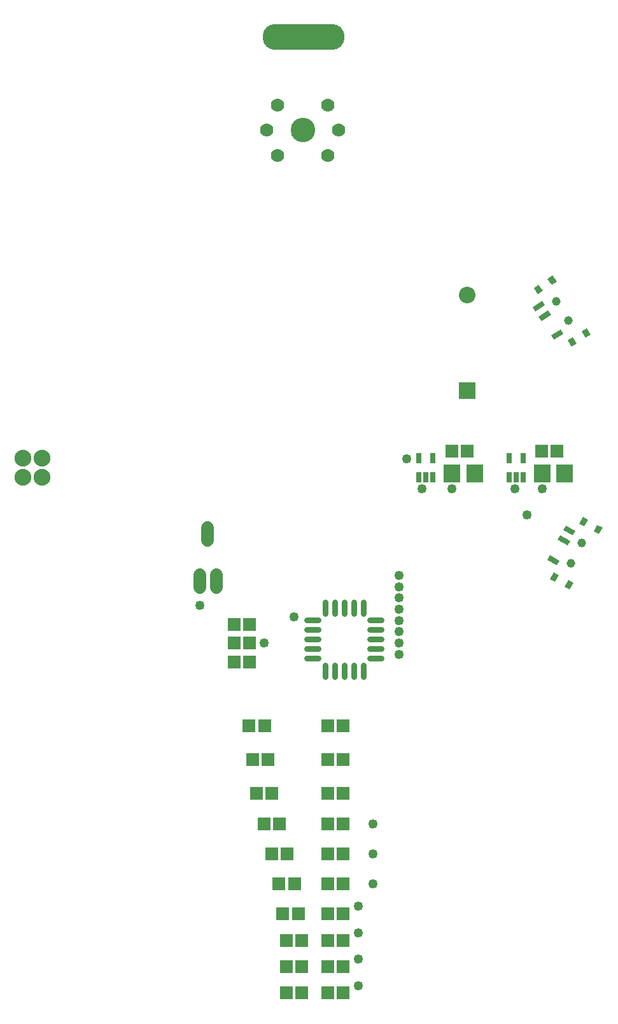
<source format=gts>
G04 MADE WITH FRITZING*
G04 WWW.FRITZING.ORG*
G04 DOUBLE SIDED*
G04 HOLES PLATED*
G04 CONTOUR ON CENTER OF CONTOUR VECTOR*
%ASAXBY*%
%FSLAX23Y23*%
%MOIN*%
%OFA0B0*%
%SFA1.0B1.0*%
%ADD10C,0.070000*%
%ADD11C,0.128110*%
%ADD12C,0.049370*%
%ADD13C,0.135984*%
%ADD14C,0.045433*%
%ADD15C,0.088000*%
%ADD16C,0.087222*%
%ADD17R,0.065118X0.069055*%
%ADD18R,0.031654X0.057244*%
%ADD19R,0.088740X0.096614*%
%ADD20R,0.087222X0.087222*%
%ADD21C,0.030000*%
%ADD22C,0.066000*%
%ADD23C,0.010000*%
%LNMASK1*%
G90*
G70*
G54D10*
X2102Y5203D03*
X2476Y5203D03*
X2157Y5335D03*
X2157Y5071D03*
X2421Y5071D03*
X2421Y5335D03*
G54D11*
X2289Y5203D03*
G54D10*
X2102Y5203D03*
X2476Y5203D03*
X2157Y5335D03*
X2157Y5071D03*
X2421Y5071D03*
X2421Y5335D03*
G54D11*
X2289Y5203D03*
G54D12*
X2657Y1575D03*
X2657Y1417D03*
X2657Y1260D03*
X2579Y1142D03*
X2579Y1004D03*
X2579Y866D03*
X2579Y728D03*
X2795Y2461D03*
X2795Y2520D03*
X2795Y2579D03*
X2795Y2638D03*
X2795Y2697D03*
X2795Y2756D03*
G54D13*
X2402Y5689D03*
G54D12*
X2795Y2815D03*
G54D13*
X2441Y5689D03*
G54D12*
X2087Y2520D03*
G54D13*
X2421Y5689D03*
X2343Y5689D03*
G54D12*
X2244Y2657D03*
X1752Y2717D03*
G54D13*
X2362Y5689D03*
X2382Y5689D03*
G54D12*
X2795Y2874D03*
X3465Y3189D03*
G54D13*
X2323Y5689D03*
X2303Y5689D03*
G54D14*
X3694Y2937D03*
X3750Y3042D03*
X3694Y2937D03*
X3750Y3042D03*
X3680Y4207D03*
X3616Y4306D03*
X3680Y4207D03*
X3616Y4306D03*
G54D13*
X2244Y5689D03*
X2283Y5689D03*
X2264Y5689D03*
X2185Y5689D03*
X2205Y5689D03*
X2224Y5689D03*
X2165Y5689D03*
X2146Y5689D03*
G54D12*
X3543Y3327D03*
X3071Y3327D03*
X3402Y3327D03*
X2913Y3327D03*
G54D15*
X825Y3486D03*
X825Y3386D03*
X825Y3486D03*
X825Y3386D03*
X925Y3386D03*
X925Y3486D03*
G54D12*
X2835Y3484D03*
G54D16*
X3150Y4339D03*
X3150Y3839D03*
X3150Y4339D03*
X3150Y3839D03*
G54D17*
X2500Y1102D03*
X2419Y1102D03*
X2502Y965D03*
X2421Y965D03*
X2502Y827D03*
X2421Y827D03*
X2502Y1260D03*
X2421Y1260D03*
X2502Y689D03*
X2421Y689D03*
X2502Y2087D03*
X2421Y2087D03*
X2502Y1909D03*
X2421Y1909D03*
X2502Y1417D03*
X2421Y1417D03*
X2502Y1732D03*
X2421Y1732D03*
X2502Y1575D03*
X2421Y1575D03*
X2126Y1417D03*
X2207Y1417D03*
X2087Y1575D03*
X2167Y1575D03*
X2047Y1732D03*
X2128Y1732D03*
X2165Y1260D03*
X2246Y1260D03*
X2185Y1102D03*
X2266Y1102D03*
X2028Y1909D03*
X2108Y1909D03*
X2205Y689D03*
X2285Y689D03*
X2205Y965D03*
X2285Y965D03*
X2205Y827D03*
X2285Y827D03*
X2008Y2087D03*
X2089Y2087D03*
X1929Y2421D03*
X2010Y2421D03*
X2010Y2520D03*
X1929Y2520D03*
X1929Y2618D03*
X2010Y2618D03*
G54D18*
X2898Y3386D03*
X2935Y3386D03*
X2972Y3386D03*
X2972Y3488D03*
X2898Y3488D03*
X3370Y3386D03*
X3407Y3386D03*
X3445Y3386D03*
X3445Y3488D03*
X3370Y3488D03*
G54D17*
X3622Y3524D03*
X3541Y3524D03*
X3150Y3524D03*
X3069Y3524D03*
G54D19*
X3189Y3406D03*
X3071Y3406D03*
X3661Y3406D03*
X3543Y3406D03*
G54D20*
X3150Y3839D03*
X3150Y3839D03*
G54D21*
X2507Y2734D02*
X2507Y2674D01*
D02*
X2457Y2734D02*
X2457Y2674D01*
D02*
X2407Y2734D02*
X2407Y2674D01*
D02*
X2312Y2639D02*
X2372Y2639D01*
D02*
X2312Y2589D02*
X2372Y2589D01*
D02*
X2312Y2539D02*
X2372Y2539D01*
D02*
X2312Y2489D02*
X2372Y2489D01*
D02*
X2312Y2439D02*
X2372Y2439D01*
D02*
X2407Y2344D02*
X2407Y2404D01*
D02*
X2457Y2344D02*
X2457Y2404D01*
D02*
X2507Y2344D02*
X2507Y2404D01*
D02*
X2557Y2344D02*
X2557Y2404D01*
D02*
X2607Y2344D02*
X2607Y2404D01*
D02*
X2702Y2439D02*
X2642Y2439D01*
D02*
X2702Y2489D02*
X2642Y2489D01*
D02*
X2702Y2539D02*
X2642Y2539D01*
D02*
X2702Y2589D02*
X2642Y2589D01*
D02*
X2702Y2639D02*
X2642Y2639D01*
D02*
X2607Y2734D02*
X2607Y2674D01*
D02*
X2557Y2734D02*
X2557Y2674D01*
G54D22*
D02*
X1751Y2877D02*
X1751Y2811D01*
D02*
X1836Y2876D02*
X1836Y2810D01*
D02*
X1791Y3124D02*
X1791Y3058D01*
G54D23*
G36*
X3603Y2890D02*
X3630Y2875D01*
X3612Y2841D01*
X3584Y2855D01*
X3603Y2890D01*
G37*
D02*
G36*
X3679Y2850D02*
X3707Y2835D01*
X3688Y2800D01*
X3661Y2815D01*
X3679Y2850D01*
G37*
D02*
G36*
X3832Y3138D02*
X3860Y3123D01*
X3842Y3089D01*
X3814Y3103D01*
X3832Y3138D01*
G37*
D02*
G36*
X3756Y3179D02*
X3784Y3164D01*
X3765Y3129D01*
X3737Y3144D01*
X3756Y3179D01*
G37*
D02*
G36*
X3583Y2979D02*
X3635Y2951D01*
X3622Y2927D01*
X3570Y2954D01*
X3583Y2979D01*
G37*
D02*
G36*
X3638Y3083D02*
X3690Y3055D01*
X3677Y3031D01*
X3625Y3059D01*
X3638Y3083D01*
G37*
D02*
G36*
X3666Y3135D02*
X3718Y3107D01*
X3705Y3083D01*
X3653Y3111D01*
X3666Y3135D01*
G37*
D02*
G36*
X3677Y4104D02*
X3703Y4121D01*
X3725Y4088D01*
X3698Y4071D01*
X3677Y4104D01*
G37*
D02*
G36*
X3749Y4151D02*
X3776Y4168D01*
X3797Y4135D01*
X3771Y4118D01*
X3749Y4151D01*
G37*
D02*
G36*
X3571Y4425D02*
X3598Y4442D01*
X3619Y4409D01*
X3593Y4392D01*
X3571Y4425D01*
G37*
D02*
G36*
X3499Y4378D02*
X3525Y4395D01*
X3547Y4362D01*
X3520Y4345D01*
X3499Y4378D01*
G37*
D02*
G36*
X3590Y4129D02*
X3639Y4161D01*
X3654Y4138D01*
X3605Y4106D01*
X3590Y4129D01*
G37*
D02*
G36*
X3525Y4228D02*
X3575Y4261D01*
X3590Y4237D01*
X3540Y4205D01*
X3525Y4228D01*
G37*
D02*
G36*
X3493Y4278D02*
X3543Y4310D01*
X3558Y4287D01*
X3508Y4255D01*
X3493Y4278D01*
G37*
D02*
G04 End of Mask1*
M02*
</source>
